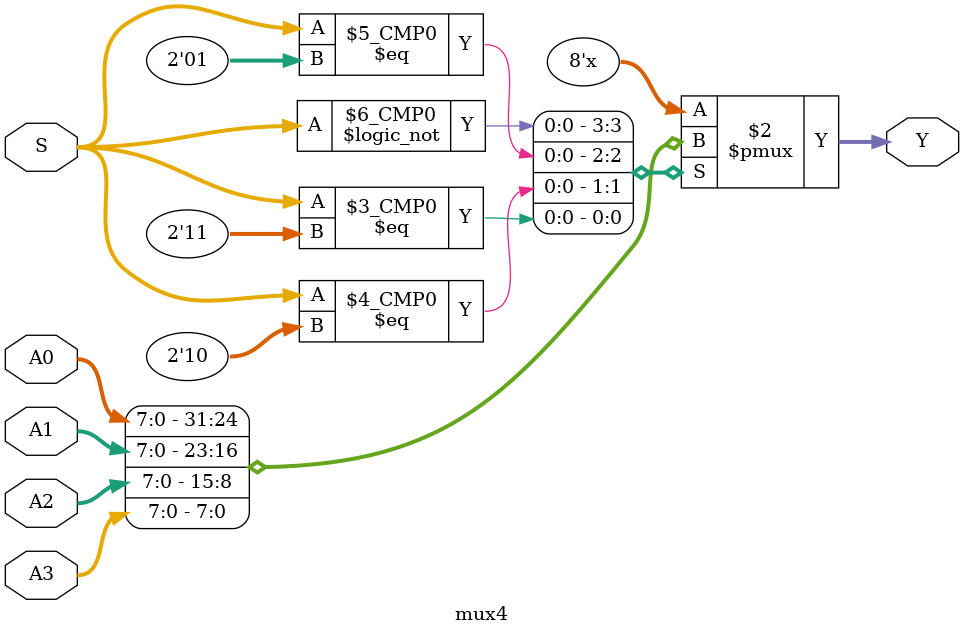
<source format=v>
`timescale 1ns / 1ps

module mux4 #(parameter WIDTH=8)
	(input [WIDTH - 1:0] A0, A1, A2, A3,
	input [1:0] S,
	output [WIDTH - 1:0] Y);

	always @(*)
		case (S)
			2'b00: Y <= A0;
			2'b01: Y <= A1;
			2'b10: Y <= A2;
			2'b11: Y <= A3;
			default: Y <= 0;
		endcase
endmodule

</source>
